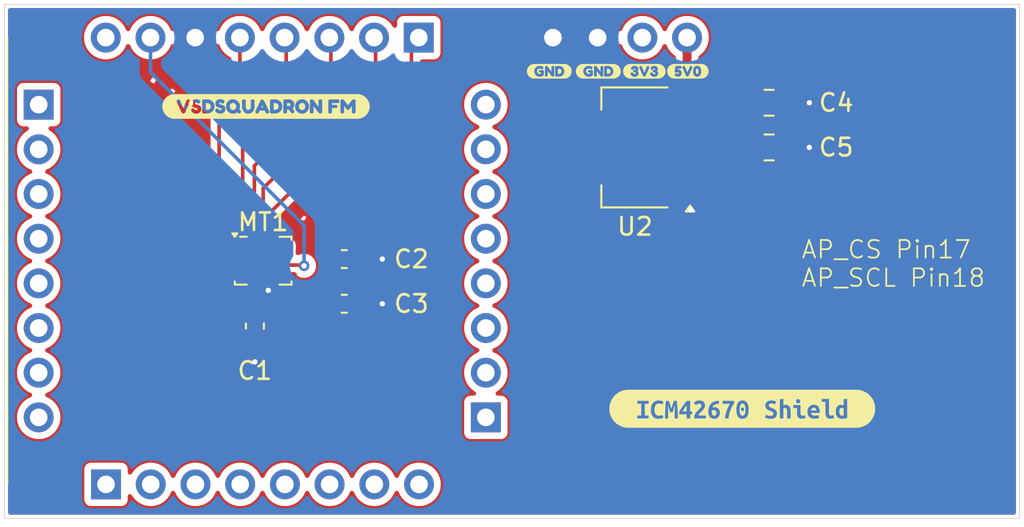
<source format=kicad_pcb>
(kicad_pcb (version 20240108) (generator "pcbnew") (generator_version "8.0")
  (layers (0 "F.Cu" signal) (31 "B.Cu" signal) (34 "B.Paste" user) (35 "F.Paste" user) (36 "B.SilkS" user "B.Silkscreen") (37 "F.SilkS" user "F.Silkscreen") (38 "B.Mask" user) (39 "F.Mask" user) (44 "Edge.Cuts" user))
  (net 0 "")
  (net 1 "+3.3V")
  (net 2 "GND")
  (net 3 "+5V")
  (net 5 "/INT2")
  (net 6 "/AP_SCL")
  (net 9 "/AP_SDO")
  (net 10 "/AP_SDIO")
  (net 12 "/INT1")
  (net 13 "/AP_CS")
  (footprint "kibuzzard-6785218C" (layer "F.Cu") (at 157.226 84.709)
    (property "Reference" "kibuzzard-6785218C" (hide yes))
    (property "Value" "G***" (hide yes))
  )
  (footprint "Capacitor_SMD:C_0603_1608Metric_Pad1.08x0.95mm_HandSolder" (layer "F.Cu") (at 134.62 76.2)
    (property "Reference" "C2" (at 3.81 0 0) (layer "F.SilkS"))
    (property "Value" "0.1uF")
    (pad "1" smd roundrect (at -0.8625 0) (size 1.075 0.95) (layers "F.Cu" "F.Paste" "F.Mask") (net 1 "+3.3V"))
    (pad "2" smd roundrect (at 0.8625 0) (size 1.075 0.95) (layers "F.Cu" "F.Paste" "F.Mask") (net 2 "GND"))
  )
  (footprint "Capacitor_SMD:C_0805_2012Metric_Pad1.18x1.45mm_HandSolder" (layer "F.Cu") (at 158.75 67.31)
    (property "Reference" "C4" (at 3.81 0 0) (layer "F.SilkS"))
    (property "Value" "10uF")
    (pad "1" smd roundrect (at -1.0375 0) (size 1.175 1.45) (layers "F.Cu" "F.Paste" "F.Mask") (roundrect_rratio 0.212766) (net 3 "+5V"))
    (pad "2" smd roundrect (at 1.0375 0) (size 1.175 1.45) (layers "F.Cu" "F.Paste" "F.Mask") (roundrect_rratio 0.212766) (net 2 "GND"))
  )
  (footprint "Package_LGA:LGA-14_3x2.5mm_P0.5mm_LayoutBorder3x4y" (layer "F.Cu") (at 130.010264 76.289764)
    (property "Reference" "MT1" (at 0 -2.2 0) (layer "F.SilkS"))
    (property "Value" "ICM-42670-P")
    (pad "1" smd roundrect (at -1.1625 -0.75) (size 0.625 0.35) (layers "F.Cu" "F.Paste" "F.Mask") (net 9 "/AP_SDO"))
    (pad "2" smd roundrect (at -1.1625 -0.25) (size 0.625 0.35) (layers "F.Cu" "F.Paste" "F.Mask"))
    (pad "3" smd roundrect (at -1.1625 0.25) (size 0.625 0.35) (layers "F.Cu" "F.Paste" "F.Mask"))
    (pad "4" smd roundrect (at -1.1625 0.75) (size 0.625 0.35) (layers "F.Cu" "F.Paste" "F.Mask") (net 12 "/INT1"))
    (pad "5" smd roundrect (at -0.5 0.9125) (size 0.35 0.625) (layers "F.Cu" "F.Paste" "F.Mask") (net 1 "+3.3V"))
    (pad "6" smd roundrect (at 0 0.9125) (size 0.35 0.625) (layers "F.Cu" "F.Paste" "F.Mask") (net 2 "GND"))
    (pad "7" smd roundrect (at 0.5 0.9125) (size 0.35 0.625) (layers "F.Cu" "F.Paste" "F.Mask") (net 2 "GND"))
    (pad "8" smd roundrect (at 1.1625 0.75) (size 0.625 0.35) (layers "F.Cu" "F.Paste" "F.Mask") (net 1 "+3.3V"))
    (pad "9" smd roundrect (at 1.1625 0.25) (size 0.625 0.35) (layers "F.Cu" "F.Paste" "F.Mask") (net 5 "/INT2"))
    (pad "10" smd roundrect (at 1.1625 -0.25) (size 0.625 0.35) (layers "F.Cu" "F.Paste" "F.Mask"))
    (pad "11" smd roundrect (at 1.1625 -0.75) (size 0.625 0.35) (layers "F.Cu" "F.Paste" "F.Mask"))
    (pad "12" smd roundrect (at 0.5 -0.9125) (size 0.35 0.625) (layers "F.Cu" "F.Paste" "F.Mask") (net 13 "/AP_CS"))
    (pad "13" smd roundrect (at 0 -0.9125) (size 0.35 0.625) (layers "F.Cu" "F.Paste" "F.Mask") (net 6 "/AP_SCL"))
    (pad "14" smd roundrect (at -0.5 -0.9125) (size 0.35 0.625) (layers "F.Cu" "F.Paste" "F.Mask") (net 10 "/AP_SDIO"))
  )
  (footprint "Capacitor_SMD:C_0603_1608Metric_Pad1.08x0.95mm_HandSolder" (layer "F.Cu") (at 134.62 78.74)
    (property "Reference" "C3" (at 3.81 0 0) (layer "F.SilkS"))
    (property "Value" "2.2uF")
    (pad "1" smd roundrect (at -0.8625 0) (size 1.075 0.95) (layers "F.Cu" "F.Paste" "F.Mask") (net 1 "+3.3V"))
    (pad "2" smd roundrect (at 0.8625 0) (size 1.075 0.95) (layers "F.Cu" "F.Paste" "F.Mask") (net 2 "GND"))
  )
  (footprint "Capacitor_SMD:C_0603_1608Metric_Pad1.08x0.95mm_HandSolder" (layer "F.Cu") (at 129.54 80.01 -90)
    (property "Reference" "C1" (at 2.54 0 180) (layer "F.SilkS"))
    (property "Value" "10nF")
    (pad "1" smd roundrect (at -0.8625 0 270) (size 1.075 0.95) (layers "F.Cu" "F.Paste" "F.Mask") (net 1 "+3.3V"))
    (pad "2" smd roundrect (at 0.8625 0 270) (size 1.075 0.95) (layers "F.Cu" "F.Paste" "F.Mask") (net 2 "GND"))
  )
  (footprint "Package_TO_SOT_SMD:SOT-223-3_TabPin2" (layer "F.Cu") (at 151.13 69.85 180)
    (property "Reference" "U2" (at 0 -4.5 360) (layer "F.SilkS"))
    (property "Value" "AMS1117-3.3")
    (pad "1" smd roundrect (at -3.15 -2.3 180) (size 2 1.5) (layers "F.Cu" "F.Paste" "F.Mask") (net 2 "GND"))
    (pad "2" smd roundrect (at -3.15 0 180) (size 2 1.5) (layers "F.Cu" "F.Paste" "F.Mask") (net 1 "+3.3V"))
    (pad "2" smd roundrect (at 3.15 0 180) (size 2 3.8) (layers "F.Cu" "F.Paste" "F.Mask") (net 1 "+3.3V"))
    (pad "3" smd roundrect (at -3.15 2.3 180) (size 2 1.5) (layers "F.Cu" "F.Paste" "F.Mask") (net 3 "+5V"))
  )
  (footprint "VSDsquadron_FM:VSDSquadron_FM" (layer "F.Cu") (at 130.010264 76.289764)
    (property "Reference" "U1" (hide yes))
    (property "Value" "VSDSquadron FM" (hide yes))
    (pad "1" thru_hole rect (at -8.925764 12.718236 90) (size 1.7 1.7) (drill 1) (layers "*.Cu" "*.Mask"))
    (pad "2" thru_hole oval (at -6.385764 12.718236 90) (size 1.7 1.7) (drill 1) (layers "*.Cu" "*.Mask"))
    (pad "3" thru_hole oval (at -3.845764 12.718236 90) (size 1.7 1.7) (drill 1) (layers "*.Cu" "*.Mask"))
    (pad "4" thru_hole oval (at -1.305764 12.718236 90) (size 1.7 1.7) (drill 1) (layers "*.Cu" "*.Mask"))
    (pad "5" thru_hole oval (at 1.234236 12.718236 90) (size 1.7 1.7) (drill 1) (layers "*.Cu" "*.Mask"))
    (pad "6" thru_hole oval (at 3.774236 12.718236 90) (size 1.7 1.7) (drill 1) (layers "*.Cu" "*.Mask"))
    (pad "7" thru_hole oval (at 6.314236 12.718236 90) (size 1.7 1.7) (drill 1) (layers "*.Cu" "*.Mask"))
    (pad "8" thru_hole oval (at 8.854236 12.718236 90) (size 1.7 1.7) (drill 1) (layers "*.Cu" "*.Mask"))
    (pad "9" thru_hole rect (at 12.649236 8.908236 180) (size 1.7 1.7) (drill 1) (layers "*.Cu" "*.Mask"))
    (pad "10" thru_hole oval (at 12.649236 6.368236 180) (size 1.7 1.7) (drill 1) (layers "*.Cu" "*.Mask"))
    (pad "11" thru_hole oval (at 12.649236 3.828236 180) (size 1.7 1.7) (drill 1) (layers "*.Cu" "*.Mask"))
    (pad "12" thru_hole oval (at 12.649236 1.288236 180) (size 1.7 1.7) (drill 1) (layers "*.Cu" "*.Mask"))
    (pad "13" thru_hole oval (at 12.649236 -1.251764 180) (size 1.7 1.7) (drill 1) (layers "*.Cu" "*.Mask"))
    (pad "14" thru_hole oval (at 12.649236 -3.791764 180) (size 1.7 1.7) (drill 1) (layers "*.Cu" "*.Mask"))
    (pad "15" thru_hole oval (at 12.649236 -6.331764 180) (size 1.7 1.7) (drill 1) (layers "*.Cu" "*.Mask"))
    (pad "16" thru_hole oval (at 12.649236 -8.871764 180) (size 1.7 1.7) (drill 1) (layers "*.Cu" "*.Mask"))
    (pad "17" thru_hole rect (at 8.839236 -12.681764 270) (size 1.7 1.7) (drill 1) (layers "*.Cu" "*.Mask") (net 13 "/AP_CS"))
    (pad "18" thru_hole oval (at 6.299236 -12.681764 270) (size 1.7 1.7) (drill 1) (layers "*.Cu" "*.Mask") (net 6 "/AP_SCL"))
    (pad "19" thru_hole oval (at 3.759236 -12.681764 270) (size 1.7 1.7) (drill 1) (layers "*.Cu" "*.Mask") (net 10 "/AP_SDIO"))
    (pad "20" thru_hole oval (at 1.219236 -12.681764 270) (size 1.7 1.7) (drill 1) (layers "*.Cu" "*.Mask") (net 9 "/AP_SDO"))
    (pad "21" thru_hole oval (at -1.320764 -12.681764 270) (size 1.7 1.7) (drill 1) (layers "*.Cu" "*.Mask") (net 12 "/INT1"))
    (pad "22" thru_hole oval (at -3.860764 -12.681764 270) (size 1.7 1.7) (drill 1) (layers "*.Cu" "*.Mask") (net 2 "GND"))
    (pad "23" thru_hole oval (at -6.400764 -12.681764 270) (size 1.7 1.7) (drill 1) (layers "*.Cu" "*.Mask") (net 5 "/INT2"))
    (pad "24" thru_hole oval (at -8.940764 -12.681764 270) (size 1.7 1.7) (drill 1) (layers "*.Cu" "*.Mask"))
    (pad "25" thru_hole rect (at -12.750764 -8.871764) (size 1.7 1.7) (drill 1) (layers "*.Cu" "*.Mask"))
    (pad "26" thru_hole oval (at -12.750764 -6.331764) (size 1.7 1.7) (drill 1) (layers "*.Cu" "*.Mask"))
    (pad "27" thru_hole oval (at -12.750764 -3.791764) (size 1.7 1.7) (drill 1) (layers "*.Cu" "*.Mask"))
    (pad "28" thru_hole oval (at -12.750764 -1.251764) (size 1.7 1.7) (drill 1) (layers "*.Cu" "*.Mask"))
    (pad "29" thru_hole oval (at -12.750764 1.288236) (size 1.7 1.7) (drill 1) (layers "*.Cu" "*.Mask"))
    (pad "30" thru_hole oval (at -12.750764 3.828236) (size 1.7 1.7) (drill 1) (layers "*.Cu" "*.Mask"))
    (pad "31" thru_hole oval (at -12.750764 6.368236) (size 1.7 1.7) (drill 1) (layers "*.Cu" "*.Mask"))
    (pad "32" thru_hole oval (at -12.750764 8.908236) (size 1.7 1.7) (drill 1) (layers "*.Cu" "*.Mask"))
    (pad "33" thru_hole rect (at 16.459236 -12.681764 90) (size 1.7 1.7) (drill 1) (layers "*.Cu" "*.Mask") (net 2 "GND"))
    (pad "34" thru_hole oval (at 18.999236 -12.681764 90) (size 1.7 1.7) (drill 1) (layers "*.Cu" "*.Mask") (net 2 "GND"))
    (pad "35" thru_hole oval (at 21.539236 -12.681764 90) (size 1.7 1.7) (drill 1) (layers "*.Cu" "*.Mask"))
    (pad "36" thru_hole oval (at 24.079236 -12.681764 90) (size 1.7 1.7) (drill 1) (layers "*.Cu" "*.Mask") (net 3 "+5V"))
  )
  (footprint "Capacitor_SMD:C_0805_2012Metric_Pad1.18x1.45mm_HandSolder" (layer "F.Cu") (at 158.75 69.85)
    (property "Reference" "C5" (at 3.81 0 0) (layer "F.SilkS"))
    (property "Value" "22uF")
    (pad "1" smd roundrect (at -1.0375 0) (size 1.175 1.45) (layers "F.Cu" "F.Paste" "F.Mask") (roundrect_rratio 0.212766) (net 1 "+3.3V"))
    (pad "2" smd roundrect (at 1.0375 0) (size 1.175 1.45) (layers "F.Cu" "F.Paste" "F.Mask") (roundrect_rratio 0.212766) (net 2 "GND"))
  )
  (gr_line (start 172.974 90.932) (end 115.316 90.932) (stroke (width 0.05)) (layer "Edge.Cuts"))
  (gr_line (start 172.974 61.722) (end 172.974 90.932) (stroke (width 0.05)) (layer "Edge.Cuts"))
  (gr_line (start 115.316 90.932) (end 115.316 61.722) (stroke (width 0.05)) (layer "Edge.Cuts"))
  (gr_line (start 115.316 61.722) (end 172.974 61.722) (stroke (width 0.05)) (layer "Edge.Cuts"))
  (gr_text "AP_CS Pin17\nAP_SCL Pin18 " (at 160.528 77.851 0) (layer "F.SilkS") (effects (font (size 1 1) (thickness 0.1)) (justify left bottom)))
  (segment (start 129.510264 77.202264) (end 129.510264 77.694264) (width 0.2032) (layer "F.Cu") (net 1))
  (segment (start 131.776764 77.039764) (end 131.826 77.089) (width 0.2032) (layer "F.Cu") (net 1))
  (segment (start 131.172764 77.039764) (end 131.776764 77.039764) (width 0.2032) (layer "F.Cu") (net 1))
  (segment (start 129.54 77.724) (end 129.510264 77.694264) (width 0.2032) (layer "F.Cu") (net 1))
  (segment (start 135.4825 76.2) (end 136.779 76.2) (width 0.2032) (layer "F.Cu") (net 2))
  (segment (start 130.302 77.978) (end 130.010264 77.686264) (width 0.2032) (layer "F.Cu") (net 2))
  (segment (start 135.4825 78.74) (end 136.779 78.74) (width 0.2032) (layer "F.Cu") (net 2))
  (segment (start 130.302 77.978) (end 130.510264 77.769736) (width 0.2032) (layer "F.Cu") (net 2))
  (segment (start 129.54 80.8725) (end 129.54 82.042) (width 0.2032) (layer "F.Cu") (net 2))
  (segment (start 130.510264 77.769736) (end 130.510264 77.202264) (width 0.2032) (layer "F.Cu") (net 2))
  (segment (start 154.28 73.381) (end 154.305 73.406) (width 0.4064) (layer "F.Cu") (net 2))
  (segment (start 154.28 72.15) (end 154.28 73.381) (width 0.4064) (layer "F.Cu") (net 2))
  (segment (start 159.7875 69.85) (end 161.036 69.85) (width 0.4064) (layer "F.Cu") (net 2))
  (segment (start 130.010264 77.686264) (end 130.010264 77.202264) (width 0.2032) (layer "F.Cu") (net 2))
  (segment (start 159.7875 67.31) (end 161.036 67.31) (width 0.4064) (layer "F.Cu") (net 2))
  (via (at 161.036 67.31) (size 0.6) (drill 0.3) (layers "F.Cu" "B.Cu") (net 2))
  (via (at 154.305 73.406) (size 0.6) (drill 0.3) (layers "F.Cu" "B.Cu") (net 2))
  (via (at 161.036 69.85) (size 0.6) (drill 0.3) (layers "F.Cu" "B.Cu") (net 2))
  (via (at 136.779 76.2) (size 0.6) (drill 0.3) (layers "F.Cu" "B.Cu") (net 2))
  (via (at 130.302 77.978) (size 0.6) (drill 0.3) (layers "F.Cu" "B.Cu") (net 2))
  (via (at 136.779 78.74) (size 0.6) (drill 0.3) (layers "F.Cu" "B.Cu") (net 2))
  (via (at 129.54 82.042) (size 0.6) (drill 0.3) (layers "F.Cu" "B.Cu") (net 2))
  (segment (start 157.7125 67.31) (end 154.52 67.31) (width 0.508) (layer "F.Cu") (net 3))
  (segment (start 154.0895 67.3595) (end 154.28 67.55) (width 0.508) (layer "F.Cu") (net 3))
  (segment (start 154.0895 63.608) (end 154.0895 67.3595) (width 0.508) (layer "F.Cu") (net 3))
  (segment (start 154.52 67.31) (end 154.28 67.55) (width 0.508) (layer "F.Cu") (net 3))
  (segment (start 132.292764 76.539764) (end 132.334 76.581) (width 0.2032) (layer "F.Cu") (net 5))
  (segment (start 131.172764 76.539764) (end 132.292764 76.539764) (width 0.2032) (layer "F.Cu") (net 5))
  (via (at 132.334 76.581) (size 0.6) (drill 0.3) (layers "F.Cu" "B.Cu") (net 5))
  (segment (start 132.334 74.295) (end 123.6095 65.5705) (width 0.2032) (layer "B.Cu") (net 5))
  (segment (start 132.334 76.581) (end 132.334 74.295) (width 0.2032) (layer "B.Cu") (net 5))
  (segment (start 123.6095 65.5705) (end 123.6095 63.608) (width 0.2032) (layer "B.Cu") (net 5))
  (segment (start 130.010264 72.173736) (end 136.398 65.786) (width 0.2032) (layer "F.Cu") (net 6))
  (segment (start 130.010264 75.377264) (end 130.010264 72.173736) (width 0.2032) (layer "F.Cu") (net 6))
  (segment (start 136.398 63.6965) (end 136.3095 63.608) (width 0.2032) (layer "F.Cu") (net 6))
  (segment (start 136.398 65.786) (end 136.398 63.6965) (width 0.2032) (layer "F.Cu") (net 6))
  (segment (start 128.847764 75.539764) (end 128.847764 69.526236) (width 0.2032) (layer "F.Cu") (net 9))
  (segment (start 128.847764 69.526236) (end 131.318 67.056) (width 0.2032) (layer "F.Cu") (net 9))
  (segment (start 131.318 67.056) (end 131.318 63.6965) (width 0.2032) (layer "F.Cu") (net 9))
  (segment (start 131.318 63.6965) (end 131.2295 63.608) (width 0.2032) (layer "F.Cu") (net 9))
  (segment (start 133.858 63.6965) (end 133.7695 63.608) (width 0.2032) (layer "F.Cu") (net 10))
  (segment (start 129.510264 70.895736) (end 133.858 66.548) (width 0.2032) (layer "F.Cu") (net 10))
  (segment (start 133.858 66.548) (end 133.858 63.6965) (width 0.2032) (layer "F.Cu") (net 10))
  (segment (start 129.510264 75.377264) (end 129.510264 70.895736) (width 0.2032) (layer "F.Cu") (net 10))
  (segment (start 127.839764 77.039764) (end 127.508 76.708) (width 0.2032) (layer "F.Cu") (net 12))
  (segment (start 128.6895 65.8745) (end 128.6895 63.608) (width 0.2032) (layer "F.Cu") (net 12))
  (segment (start 127.508 76.708) (end 127.508 67.056) (width 0.2032) (layer "F.Cu") (net 12))
  (segment (start 128.847764 77.039764) (end 127.839764 77.039764) (width 0.2032) (layer "F.Cu") (net 12))
  (segment (start 127.508 67.056) (end 128.6895 65.8745) (width 0.2032) (layer "F.Cu") (net 12))
  (segment (start 130.510264 75.377264) (end 130.510264 73.451736) (width 0.2032) (layer "F.Cu") (net 13))
  (segment (start 138.43 64.0275) (end 138.8495 63.608) (width 0.2032) (layer "F.Cu") (net 13))
  (segment (start 130.510264 73.451736) (end 138.43 65.532) (width 0.2032) (layer "F.Cu") (net 13))
  (segment (start 138.43 65.532) (end 138.43 64.0275) (width 0.2032) (layer "F.Cu") (net 13))
  (zone (net 1) (net_name "+3.3V") (layer "F.Cu") (priority 1) (connect_pads yes (clearance 0.381)) (min_thickness 0.254) (fill yes (mode hatch) (thermal_gap 0.5) (thermal_bridge_width 0.5) (hatch_thickness 1) (hatch_gap 0.254) (hatch_orientation 60) (hatch_border_algorithm hatch_thickness) (hatch_min_hole_area 0.3))
    (polygon (pts (xy 115.062 61.468) (xy 115.062 91.44) (xy 173.228 91.44) (xy 173.228 61.468)))
  )
  (zone (net 2) (net_name "GND") (layer "B.Cu") (connect_pads yes (clearance 0.508)) (min_thickness 0.254) (fill yes (thermal_gap 0.5) (thermal_bridge_width 0.5))
    (polygon (pts (xy 115.062 61.468) (xy 115.062 91.44) (xy 173.228 91.44) (xy 173.228 61.468)))
  )
)
</source>
